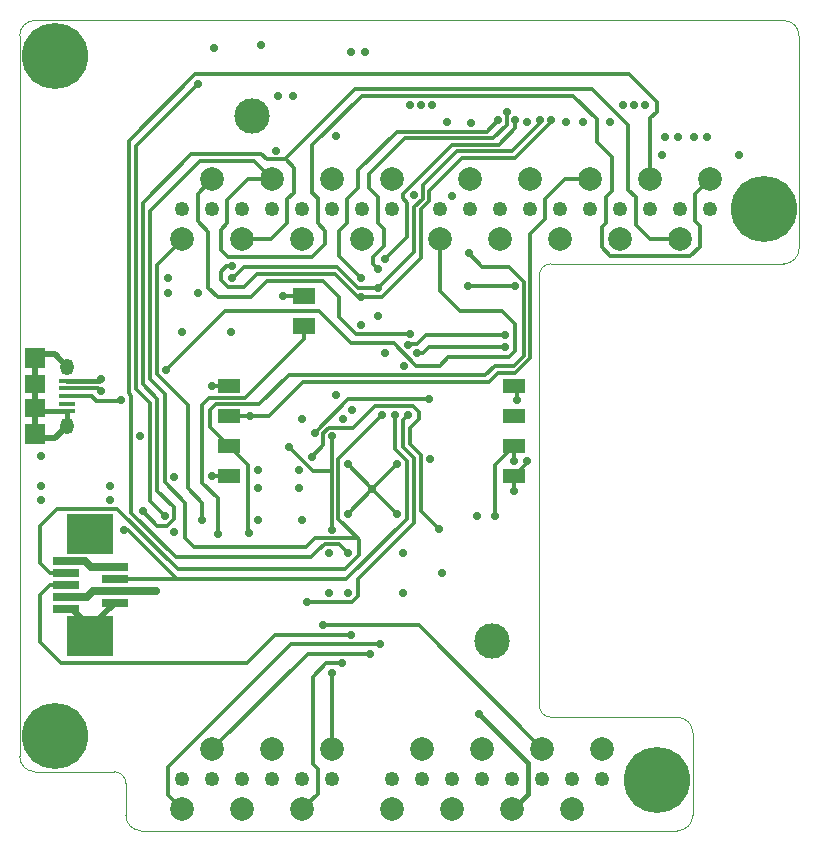
<source format=gtl>
G04 (created by PCBNEW (2013-05-31 BZR 4019)-stable) date 23/02/2014 19:03:20*
%MOIN*%
G04 Gerber Fmt 3.4, Leading zero omitted, Abs format*
%FSLAX34Y34*%
G01*
G70*
G90*
G04 APERTURE LIST*
%ADD10C,0.00590551*%
%ADD11C,0.000393701*%
%ADD12C,0.0787402*%
%ADD13C,0.0492126*%
%ADD14R,0.0866142X0.0275591*%
%ADD15R,0.15748X0.137795*%
%ADD16R,0.0531496X0.0177165*%
%ADD17O,0.0452756X0.0551181*%
%ADD18R,0.0669291X0.0669291*%
%ADD19R,0.0669291X0.0590551*%
%ADD20C,0.11811*%
%ADD21R,0.0748031X0.0472441*%
%ADD22R,0.0748031X0.0551181*%
%ADD23C,0.220472*%
%ADD24C,0.0275591*%
%ADD25C,0.015748*%
%ADD26C,0.0275591*%
%ADD27C,0.019685*%
%ADD28C,0.011811*%
G04 APERTURE END LIST*
G54D10*
G54D11*
X42173Y-51606D02*
X42173Y-27590D01*
X42173Y-27590D02*
G75*
G02X42685Y-27078I511J0D01*
G74*
G01*
X45716Y-52511D02*
X45716Y-53574D01*
X42685Y-52118D02*
X45322Y-52118D01*
X67645Y-27078D02*
X42685Y-27078D01*
X68157Y-34677D02*
X68157Y-27590D01*
X59889Y-35188D02*
X67645Y-35188D01*
X59496Y-49913D02*
X59496Y-35582D01*
X64102Y-50307D02*
X59889Y-50307D01*
X64614Y-53574D02*
X64614Y-50818D01*
X46228Y-54086D02*
X64102Y-54086D01*
X45322Y-52118D02*
G75*
G02X45716Y-52511I0J-393D01*
G74*
G01*
X42685Y-52118D02*
G75*
G02X42173Y-51606I0J511D01*
G74*
G01*
X67645Y-27078D02*
G75*
G02X68157Y-27590I0J-511D01*
G74*
G01*
X68157Y-34678D02*
G75*
G02X67645Y-35188I-511J0D01*
G74*
G01*
X59496Y-35581D02*
G75*
G02X59889Y-35188I393J0D01*
G74*
G01*
X59889Y-50307D02*
G75*
G02X59496Y-49913I0J393D01*
G74*
G01*
X64103Y-50307D02*
G75*
G02X64614Y-50818I0J-511D01*
G74*
G01*
X64614Y-53575D02*
G75*
G02X64102Y-54086I-511J0D01*
G74*
G01*
X46227Y-54086D02*
G75*
G02X45716Y-53574I0J511D01*
G74*
G01*
G54D12*
X54602Y-32370D03*
X53602Y-34370D03*
X52602Y-32370D03*
X51602Y-34370D03*
X50602Y-32370D03*
X49602Y-34370D03*
X48602Y-32370D03*
X47602Y-34370D03*
G54D13*
X54602Y-33370D03*
X53602Y-33370D03*
X52602Y-33370D03*
X51602Y-33370D03*
X50602Y-33370D03*
X49602Y-33370D03*
X48602Y-33370D03*
X47602Y-33370D03*
G54D12*
X52602Y-51370D03*
X51602Y-53370D03*
X50602Y-51370D03*
X49602Y-53370D03*
X48602Y-51370D03*
X47602Y-53370D03*
G54D13*
X52602Y-52370D03*
X51602Y-52370D03*
X50602Y-52370D03*
X49602Y-52370D03*
X48602Y-52370D03*
X47602Y-52370D03*
G54D12*
X65202Y-32370D03*
X64202Y-34370D03*
X63202Y-32370D03*
X62202Y-34370D03*
X61202Y-32370D03*
X60202Y-34370D03*
X59202Y-32370D03*
X58202Y-34370D03*
X56202Y-34370D03*
G54D13*
X65202Y-33370D03*
X64202Y-33370D03*
X63202Y-33370D03*
X62202Y-33370D03*
X61202Y-33370D03*
X60202Y-33370D03*
X59202Y-33370D03*
X58202Y-33370D03*
X57202Y-33370D03*
X56202Y-33370D03*
G54D12*
X57202Y-32370D03*
X61602Y-51370D03*
X60602Y-53370D03*
X59602Y-51370D03*
X58602Y-53370D03*
X57602Y-51370D03*
X56602Y-53370D03*
X55602Y-51370D03*
X54602Y-53370D03*
G54D13*
X61602Y-52370D03*
X60602Y-52370D03*
X59602Y-52370D03*
X58602Y-52370D03*
X57602Y-52370D03*
X56602Y-52370D03*
X55602Y-52370D03*
X54602Y-52370D03*
G54D14*
X43708Y-45110D03*
X43708Y-45503D03*
X43708Y-45897D03*
X43708Y-46291D03*
X43708Y-46685D03*
X45362Y-45700D03*
X45362Y-46094D03*
X45362Y-45307D03*
X45362Y-46488D03*
G54D15*
X44535Y-44204D03*
X44535Y-47590D03*
G54D16*
X43767Y-39086D03*
X43767Y-39342D03*
X43767Y-39598D03*
X43767Y-39854D03*
X43767Y-40110D03*
G54D17*
X43767Y-38614D03*
X43767Y-40582D03*
G54D18*
X42704Y-38338D03*
X42704Y-40858D03*
G54D19*
X42704Y-39204D03*
X42704Y-39992D03*
G54D20*
X49905Y-30267D03*
X57905Y-47767D03*
G54D21*
X58649Y-39267D03*
X58649Y-40267D03*
X58649Y-41267D03*
X58649Y-42267D03*
X49161Y-39267D03*
X49161Y-40267D03*
X49161Y-41267D03*
X49161Y-42267D03*
G54D22*
X51641Y-37267D03*
X51641Y-36267D03*
G54D23*
X66976Y-33377D03*
X43354Y-28259D03*
X63433Y-52393D03*
X43354Y-50937D03*
G54D24*
X57224Y-30492D03*
X47125Y-36161D03*
X48110Y-36161D03*
X51476Y-42657D03*
X57480Y-50196D03*
X66141Y-31574D03*
X63602Y-31574D03*
X56240Y-45511D03*
X54960Y-44822D03*
X47578Y-37460D03*
X54133Y-36929D03*
X55846Y-41712D03*
X48661Y-28011D03*
X45196Y-42598D03*
X51476Y-42047D03*
X51574Y-43720D03*
X45196Y-43070D03*
X44547Y-45295D03*
X52952Y-40354D03*
X52500Y-44822D03*
X53110Y-44822D03*
X48129Y-29192D03*
X47007Y-43582D03*
X48779Y-44192D03*
X55807Y-39704D03*
X52007Y-40826D03*
X54271Y-40216D03*
X45669Y-44055D03*
X46279Y-43444D03*
X54704Y-40216D03*
X54370Y-35039D03*
X58700Y-30413D03*
X54114Y-35354D03*
X58405Y-30118D03*
X53543Y-35669D03*
X58129Y-30413D03*
X46712Y-46082D03*
X47066Y-38720D03*
X57106Y-35944D03*
X59074Y-41771D03*
X58681Y-35944D03*
X58641Y-42755D03*
X55137Y-40216D03*
X51751Y-46476D03*
X48267Y-43720D03*
X55177Y-37519D03*
X57145Y-34842D03*
X49822Y-44153D03*
X52598Y-48818D03*
X52913Y-48503D03*
X53858Y-48188D03*
X54173Y-47874D03*
X55413Y-38169D03*
X58641Y-41771D03*
X58366Y-37952D03*
X58011Y-43602D03*
X49251Y-35669D03*
X54133Y-35984D03*
X59507Y-30413D03*
X49251Y-35275D03*
X53543Y-36299D03*
X59881Y-30413D03*
X55137Y-37913D03*
X58366Y-37559D03*
X51909Y-41614D03*
X56141Y-44035D03*
X49842Y-40275D03*
X48582Y-39271D03*
X48582Y-42263D03*
X53228Y-47559D03*
X52598Y-40944D03*
X51161Y-41299D03*
X52578Y-44055D03*
X52283Y-47244D03*
X65098Y-30964D03*
X64665Y-30964D03*
X64114Y-30964D03*
X63681Y-30964D03*
X49232Y-37460D03*
X50964Y-36279D03*
X58759Y-39724D03*
X47125Y-35649D03*
X59094Y-30472D03*
X53543Y-37244D03*
X46200Y-40944D03*
X50216Y-27913D03*
X63011Y-29881D03*
X62657Y-29881D03*
X62283Y-29881D03*
X61870Y-30472D03*
X60964Y-30472D03*
X60374Y-30472D03*
X55925Y-29881D03*
X55551Y-29881D03*
X55177Y-29881D03*
X56437Y-30472D03*
X53700Y-28129D03*
X53228Y-28129D03*
X56594Y-32933D03*
X55314Y-32913D03*
X50708Y-31417D03*
X52736Y-30944D03*
X51279Y-29606D03*
X50787Y-29606D03*
X57421Y-43602D03*
X53110Y-43523D03*
X54763Y-43523D03*
X53110Y-41870D03*
X53937Y-42696D03*
X54763Y-41870D03*
X47322Y-44114D03*
X51594Y-40354D03*
X53267Y-40059D03*
X52736Y-39566D03*
X54980Y-38582D03*
X54370Y-38169D03*
X54960Y-46161D03*
X53110Y-46161D03*
X52500Y-46161D03*
X42874Y-43070D03*
X42874Y-42598D03*
X42893Y-41594D03*
X50118Y-43720D03*
X50118Y-42657D03*
X50118Y-42047D03*
X47322Y-42283D03*
X45570Y-39744D03*
X44881Y-39429D03*
X44881Y-39015D03*
G54D25*
X59114Y-52858D02*
X59114Y-51830D01*
X59114Y-51830D02*
X57480Y-50196D01*
X58602Y-53370D02*
X59114Y-52858D01*
G54D26*
X45362Y-45307D02*
X44559Y-45307D01*
G54D27*
X44559Y-45307D02*
X44547Y-45295D01*
G54D26*
X44362Y-45110D02*
X44547Y-45295D01*
X44362Y-45110D02*
X43708Y-45110D01*
G54D28*
X63202Y-32370D02*
X63202Y-30340D01*
X63405Y-29783D02*
X62500Y-28877D01*
X63405Y-30137D02*
X63405Y-29783D01*
X63202Y-30340D02*
X63405Y-30137D01*
X45885Y-39586D02*
X45885Y-43484D01*
X45885Y-39586D02*
X45807Y-39507D01*
X45807Y-39507D02*
X45807Y-31082D01*
X45807Y-31082D02*
X48011Y-28877D01*
X48011Y-28877D02*
X62500Y-28877D01*
X45885Y-43484D02*
X47381Y-44980D01*
X47381Y-44980D02*
X51889Y-44980D01*
X51889Y-44980D02*
X52125Y-44744D01*
X53110Y-44822D02*
X52814Y-44527D01*
X52814Y-44527D02*
X52342Y-44527D01*
X52342Y-44527D02*
X52125Y-44744D01*
X52125Y-44744D02*
X52125Y-44744D01*
X46043Y-31259D02*
X48110Y-29192D01*
X48110Y-29192D02*
X48129Y-29192D01*
X46515Y-39842D02*
X46515Y-43090D01*
X46515Y-43090D02*
X47007Y-43582D01*
X46515Y-39842D02*
X46043Y-39370D01*
X46043Y-39370D02*
X46043Y-31259D01*
X48257Y-39911D02*
X48257Y-42490D01*
X48779Y-43011D02*
X48779Y-44192D01*
X48257Y-42490D02*
X48779Y-43011D01*
X51641Y-37708D02*
X51641Y-37267D01*
X49685Y-39665D02*
X51641Y-37708D01*
X48503Y-39665D02*
X49685Y-39665D01*
X48257Y-39911D02*
X48503Y-39665D01*
X53129Y-39704D02*
X55807Y-39704D01*
X52007Y-40826D02*
X53129Y-39704D01*
X52795Y-41692D02*
X54271Y-40216D01*
X54271Y-40216D02*
X54271Y-40216D01*
X64842Y-34625D02*
X64842Y-33917D01*
X49775Y-32370D02*
X49094Y-33051D01*
X49094Y-33051D02*
X49094Y-33838D01*
X49094Y-33838D02*
X48877Y-34055D01*
X48877Y-34055D02*
X48877Y-34744D01*
X48877Y-34744D02*
X49114Y-34980D01*
X49114Y-34980D02*
X49429Y-34980D01*
X49429Y-34980D02*
X49429Y-34980D01*
X49429Y-34980D02*
X51909Y-34980D01*
X51909Y-34980D02*
X52362Y-34527D01*
X52362Y-34527D02*
X52362Y-34094D01*
X52362Y-34094D02*
X52106Y-33838D01*
X52106Y-33838D02*
X52106Y-32992D01*
X52106Y-32992D02*
X51929Y-32814D01*
X51929Y-32814D02*
X51929Y-31240D01*
X51929Y-31240D02*
X53582Y-29586D01*
X53582Y-29586D02*
X60629Y-29586D01*
X60629Y-29586D02*
X61417Y-30374D01*
X61417Y-30374D02*
X61417Y-31141D01*
X61417Y-31141D02*
X61909Y-31633D01*
X61909Y-31633D02*
X61909Y-32775D01*
X61909Y-32775D02*
X61712Y-32972D01*
X61712Y-32972D02*
X61712Y-33818D01*
X61712Y-33818D02*
X61574Y-33956D01*
X61574Y-33956D02*
X61574Y-34645D01*
X61574Y-34645D02*
X61870Y-34940D01*
X61870Y-34940D02*
X64527Y-34940D01*
X64527Y-34940D02*
X64842Y-34625D01*
X50602Y-32370D02*
X49775Y-32370D01*
X64704Y-32867D02*
X65202Y-32370D01*
X64704Y-33779D02*
X64704Y-32867D01*
X64842Y-33917D02*
X64704Y-33779D01*
X50602Y-32370D02*
X49984Y-31751D01*
X53425Y-44330D02*
X53405Y-44311D01*
X52007Y-44330D02*
X53425Y-44330D01*
X51712Y-44625D02*
X52007Y-44330D01*
X47992Y-44625D02*
X51712Y-44625D01*
X47696Y-44330D02*
X47992Y-44625D01*
X47696Y-43169D02*
X47696Y-44330D01*
X47007Y-42480D02*
X47696Y-43169D01*
X47007Y-39527D02*
X47007Y-42480D01*
X46515Y-39035D02*
X47007Y-39527D01*
X46515Y-33425D02*
X46515Y-39035D01*
X48188Y-31751D02*
X46515Y-33425D01*
X49984Y-31751D02*
X48188Y-31751D01*
X52795Y-43700D02*
X53405Y-44311D01*
X53405Y-44311D02*
X53503Y-44409D01*
X47440Y-45374D02*
X45433Y-43366D01*
X53011Y-45374D02*
X47440Y-45374D01*
X53503Y-44881D02*
X53011Y-45374D01*
X53503Y-44409D02*
X53503Y-44881D01*
X43200Y-45503D02*
X43708Y-45503D01*
X42854Y-45157D02*
X43200Y-45503D01*
X42854Y-43937D02*
X42854Y-45157D01*
X43425Y-43366D02*
X42854Y-43937D01*
X45433Y-43366D02*
X43425Y-43366D01*
X52795Y-41692D02*
X52795Y-43700D01*
X53346Y-29370D02*
X51043Y-31673D01*
X51043Y-31673D02*
X51043Y-31712D01*
X63188Y-34370D02*
X64202Y-34370D01*
X62716Y-33897D02*
X63188Y-34370D01*
X62716Y-32972D02*
X62716Y-33897D01*
X62460Y-32716D02*
X62716Y-32972D01*
X62460Y-30570D02*
X62460Y-32716D01*
X61259Y-29370D02*
X62460Y-30570D01*
X53346Y-29370D02*
X61259Y-29370D01*
X46279Y-43444D02*
X46751Y-43917D01*
X45775Y-44055D02*
X45669Y-44055D01*
X47421Y-45700D02*
X45775Y-44055D01*
X50551Y-34370D02*
X49602Y-34370D01*
X51102Y-33818D02*
X50551Y-34370D01*
X51102Y-33031D02*
X51102Y-33818D01*
X51318Y-32814D02*
X51102Y-33031D01*
X51318Y-31988D02*
X51318Y-32814D01*
X51043Y-31712D02*
X51318Y-31988D01*
X50413Y-31712D02*
X51043Y-31712D01*
X50236Y-31535D02*
X50413Y-31712D01*
X47893Y-31535D02*
X50236Y-31535D01*
X46279Y-33149D02*
X47893Y-31535D01*
X46279Y-39192D02*
X46279Y-33149D01*
X46771Y-39685D02*
X46279Y-39192D01*
X46771Y-42755D02*
X46771Y-39685D01*
X47322Y-43307D02*
X46771Y-42755D01*
X47322Y-43681D02*
X47322Y-43307D01*
X47086Y-43917D02*
X47322Y-43681D01*
X46751Y-43917D02*
X47086Y-43917D01*
X54704Y-40216D02*
X54704Y-41377D01*
X54704Y-41377D02*
X55078Y-41751D01*
X53059Y-45700D02*
X47421Y-45700D01*
X47421Y-45700D02*
X45362Y-45700D01*
X55078Y-43681D02*
X53059Y-45700D01*
X55078Y-41751D02*
X55078Y-43681D01*
X54370Y-35039D02*
X55098Y-34311D01*
X58700Y-30669D02*
X58700Y-30413D01*
X58149Y-31220D02*
X58700Y-30669D01*
X56594Y-31220D02*
X58149Y-31220D01*
X54960Y-32854D02*
X56594Y-31220D01*
X54960Y-33011D02*
X54960Y-32854D01*
X55098Y-33149D02*
X54960Y-33011D01*
X55098Y-34311D02*
X55098Y-33149D01*
X54114Y-35354D02*
X53956Y-35196D01*
X58405Y-30551D02*
X58405Y-30118D01*
X57952Y-31003D02*
X58405Y-30551D01*
X55019Y-31003D02*
X57952Y-31003D01*
X53818Y-32204D02*
X55019Y-31003D01*
X53818Y-32657D02*
X53818Y-32204D01*
X54114Y-32952D02*
X53818Y-32657D01*
X54114Y-33818D02*
X54114Y-32952D01*
X54330Y-34035D02*
X54114Y-33818D01*
X54330Y-34586D02*
X54330Y-34035D01*
X53956Y-34960D02*
X54330Y-34586D01*
X53956Y-35196D02*
X53956Y-34960D01*
X53454Y-32667D02*
X53454Y-32076D01*
X54744Y-30787D02*
X57755Y-30787D01*
X53454Y-32076D02*
X54744Y-30787D01*
X53543Y-35669D02*
X52814Y-34940D01*
X57755Y-30787D02*
X58129Y-30413D01*
X53090Y-33031D02*
X53454Y-32667D01*
X53090Y-33818D02*
X53090Y-33031D01*
X52814Y-34094D02*
X53090Y-33818D01*
X52814Y-34940D02*
X52814Y-34094D01*
G54D26*
X45362Y-46094D02*
X44633Y-46094D01*
X44437Y-46291D02*
X43708Y-46291D01*
X44633Y-46094D02*
X44437Y-46291D01*
X46712Y-46082D02*
X45374Y-46082D01*
G54D27*
X45374Y-46082D02*
X45362Y-46094D01*
G54D28*
X53208Y-37834D02*
X52145Y-36771D01*
X49015Y-36771D02*
X47066Y-38720D01*
X52145Y-36771D02*
X49015Y-36771D01*
X56202Y-34370D02*
X56202Y-36103D01*
X54645Y-37834D02*
X53208Y-37834D01*
X55393Y-38582D02*
X54645Y-37834D01*
X56181Y-38582D02*
X55393Y-38582D01*
X56456Y-38307D02*
X56181Y-38582D01*
X58503Y-38307D02*
X56456Y-38307D01*
X58700Y-38110D02*
X58503Y-38307D01*
X58700Y-37185D02*
X58700Y-38110D01*
X58267Y-36751D02*
X58700Y-37185D01*
X56850Y-36751D02*
X58267Y-36751D01*
X56202Y-36103D02*
X56850Y-36751D01*
X57106Y-35944D02*
X58681Y-35944D01*
X59074Y-41842D02*
X58649Y-42267D01*
X59074Y-41771D02*
X59074Y-41842D01*
X58649Y-42748D02*
X58649Y-42267D01*
X58641Y-42755D02*
X58649Y-42748D01*
X55137Y-40216D02*
X54940Y-40413D01*
X54940Y-40413D02*
X54940Y-41299D01*
X54940Y-41299D02*
X55314Y-41673D01*
X55314Y-41673D02*
X55314Y-43816D01*
X55314Y-43816D02*
X53444Y-45686D01*
X53444Y-45686D02*
X53444Y-46279D01*
X53444Y-46279D02*
X53248Y-46476D01*
X53248Y-46476D02*
X51751Y-46476D01*
X47618Y-34370D02*
X47602Y-34370D01*
X46751Y-35236D02*
X47618Y-34370D01*
X46751Y-38858D02*
X46751Y-35236D01*
X47775Y-39881D02*
X46751Y-38858D01*
X47775Y-42677D02*
X47775Y-39881D01*
X48267Y-43169D02*
X47775Y-42677D01*
X48267Y-43720D02*
X48267Y-43169D01*
X48789Y-36309D02*
X49872Y-36309D01*
X52814Y-36299D02*
X52814Y-36948D01*
X52283Y-35767D02*
X52814Y-36299D01*
X50413Y-35767D02*
X52283Y-35767D01*
X49872Y-36309D02*
X50413Y-35767D01*
X55177Y-37519D02*
X53385Y-37519D01*
X53385Y-37519D02*
X52814Y-36948D01*
X48110Y-32862D02*
X48602Y-32370D01*
X48110Y-33759D02*
X48110Y-32862D01*
X48464Y-34114D02*
X48110Y-33759D01*
X48464Y-35984D02*
X48464Y-34114D01*
X48789Y-36309D02*
X48464Y-35984D01*
X51141Y-38897D02*
X57696Y-38897D01*
X57598Y-35295D02*
X57145Y-34842D01*
X58484Y-35295D02*
X57598Y-35295D01*
X58976Y-35787D02*
X58484Y-35295D01*
X58976Y-38248D02*
X58976Y-35787D01*
X58641Y-38582D02*
X58976Y-38248D01*
X58011Y-38582D02*
X58641Y-38582D01*
X57696Y-38897D02*
X58011Y-38582D01*
X49161Y-41267D02*
X49803Y-41909D01*
X50167Y-39872D02*
X48710Y-39872D01*
X48529Y-40635D02*
X49161Y-41267D01*
X48529Y-40053D02*
X48529Y-40635D01*
X48710Y-39872D02*
X48529Y-40053D01*
X51141Y-38897D02*
X50167Y-39872D01*
X49803Y-44133D02*
X49803Y-41909D01*
X49822Y-44153D02*
X49803Y-44133D01*
X52598Y-48818D02*
X52598Y-51366D01*
X52598Y-51366D02*
X52602Y-51370D01*
X52106Y-52866D02*
X51602Y-53370D01*
X52106Y-52027D02*
X52106Y-52866D01*
X51948Y-51870D02*
X52106Y-52027D01*
X51948Y-48956D02*
X51948Y-51870D01*
X52401Y-48503D02*
X51948Y-48956D01*
X52913Y-48503D02*
X52401Y-48503D01*
X51783Y-48188D02*
X48602Y-51370D01*
X53858Y-48188D02*
X51783Y-48188D01*
X47125Y-52893D02*
X47602Y-53370D01*
X47125Y-51968D02*
X47125Y-52893D01*
X51220Y-47874D02*
X47125Y-51968D01*
X54173Y-47874D02*
X51220Y-47874D01*
X55413Y-38169D02*
X55610Y-38169D01*
X58641Y-41275D02*
X58649Y-41267D01*
X58641Y-41771D02*
X58641Y-41275D01*
X55826Y-37952D02*
X58366Y-37952D01*
X55610Y-38169D02*
X55826Y-37952D01*
X58011Y-43602D02*
X58011Y-43602D01*
X58011Y-43602D02*
X58011Y-41905D01*
X58011Y-41905D02*
X58649Y-41267D01*
X49251Y-35669D02*
X49291Y-35669D01*
X53444Y-35984D02*
X54133Y-35984D01*
X52755Y-35295D02*
X53444Y-35984D01*
X49665Y-35295D02*
X52755Y-35295D01*
X49291Y-35669D02*
X49665Y-35295D01*
X54133Y-35984D02*
X55334Y-34783D01*
X59507Y-30511D02*
X59507Y-30413D01*
X58582Y-31437D02*
X59507Y-30511D01*
X56751Y-31437D02*
X58582Y-31437D01*
X55610Y-32578D02*
X56751Y-31437D01*
X55610Y-33031D02*
X55610Y-32578D01*
X55334Y-33307D02*
X55610Y-33031D01*
X55334Y-34783D02*
X55334Y-33307D01*
X58690Y-31663D02*
X56919Y-31663D01*
X55570Y-35000D02*
X54271Y-36299D01*
X55570Y-33366D02*
X55570Y-35000D01*
X55826Y-33110D02*
X55570Y-33366D01*
X55826Y-32755D02*
X55826Y-33110D01*
X56919Y-31663D02*
X55826Y-32755D01*
X53543Y-36299D02*
X53444Y-36299D01*
X49055Y-35275D02*
X49251Y-35275D01*
X48877Y-35452D02*
X49055Y-35275D01*
X48877Y-35728D02*
X48877Y-35452D01*
X49114Y-35964D02*
X48877Y-35728D01*
X49645Y-35964D02*
X49114Y-35964D01*
X50078Y-35531D02*
X49645Y-35964D01*
X52677Y-35531D02*
X50078Y-35531D01*
X53444Y-36299D02*
X52677Y-35531D01*
X53543Y-36299D02*
X54271Y-36299D01*
X59881Y-30472D02*
X59881Y-30413D01*
X58700Y-31653D02*
X59881Y-30472D01*
X58700Y-31653D02*
X58700Y-31653D01*
X58690Y-31663D02*
X58700Y-31653D01*
X55413Y-37854D02*
X55708Y-37559D01*
X55196Y-37854D02*
X55413Y-37854D01*
X55137Y-37913D02*
X55196Y-37854D01*
X55708Y-37559D02*
X58366Y-37559D01*
X54389Y-39921D02*
X54015Y-39921D01*
X54015Y-39921D02*
X53287Y-40649D01*
X52303Y-40826D02*
X52303Y-41220D01*
X52303Y-40826D02*
X52480Y-40649D01*
X52480Y-40649D02*
X53287Y-40649D01*
X52303Y-41220D02*
X51909Y-41614D01*
X55551Y-43444D02*
X56141Y-44035D01*
X55551Y-41574D02*
X55551Y-43444D01*
X55177Y-41200D02*
X55551Y-41574D01*
X55177Y-40669D02*
X55177Y-41200D01*
X55472Y-40374D02*
X55177Y-40669D01*
X55472Y-40118D02*
X55472Y-40374D01*
X55275Y-39921D02*
X55472Y-40118D01*
X54389Y-39921D02*
X55275Y-39921D01*
X51624Y-39143D02*
X57805Y-39143D01*
X59192Y-38346D02*
X59192Y-34212D01*
X58700Y-38838D02*
X59192Y-38346D01*
X58110Y-38838D02*
X58700Y-38838D01*
X57805Y-39143D02*
X58110Y-38838D01*
X49842Y-40275D02*
X50492Y-40275D01*
X50492Y-40275D02*
X51624Y-39143D01*
X61202Y-32370D02*
X60366Y-32370D01*
X59704Y-33700D02*
X59192Y-34212D01*
X59704Y-33031D02*
X59704Y-33700D01*
X60366Y-32370D02*
X59704Y-33031D01*
X49834Y-40267D02*
X49161Y-40267D01*
X49842Y-40275D02*
X49834Y-40267D01*
X48582Y-39271D02*
X49157Y-39271D01*
X49157Y-39271D02*
X49161Y-39267D01*
X48586Y-42267D02*
X48582Y-42263D01*
X49161Y-42267D02*
X48586Y-42267D01*
X43196Y-45897D02*
X43708Y-45897D01*
X42854Y-46240D02*
X43196Y-45897D01*
X42854Y-47795D02*
X42854Y-46240D01*
X43543Y-48484D02*
X42854Y-47795D01*
X49763Y-48484D02*
X43543Y-48484D01*
X50688Y-47559D02*
X49763Y-48484D01*
X53228Y-47559D02*
X50688Y-47559D01*
X52578Y-40964D02*
X52578Y-41633D01*
X52598Y-40944D02*
X52578Y-40964D01*
X52578Y-42106D02*
X51968Y-42106D01*
X51968Y-42106D02*
X51161Y-41299D01*
X52578Y-41633D02*
X52578Y-42106D01*
X52578Y-42106D02*
X52578Y-44055D01*
X55476Y-47244D02*
X59602Y-51370D01*
X52283Y-47244D02*
X55476Y-47244D01*
G54D25*
X43767Y-40110D02*
X43767Y-40582D01*
X43767Y-40110D02*
X42822Y-40110D01*
X42822Y-40110D02*
X42704Y-39992D01*
G54D27*
X42704Y-39992D02*
X42704Y-40996D01*
X42704Y-39204D02*
X42704Y-39992D01*
X42704Y-38200D02*
X42704Y-39204D01*
X42704Y-40996D02*
X43354Y-40996D01*
X43354Y-40996D02*
X43767Y-40582D01*
X42704Y-38200D02*
X43354Y-38200D01*
X43354Y-38200D02*
X43767Y-38614D01*
G54D28*
X50964Y-36279D02*
X51629Y-36279D01*
X51629Y-36279D02*
X51641Y-36267D01*
X58649Y-39267D02*
X58759Y-39377D01*
X58759Y-39377D02*
X58759Y-39724D01*
X53937Y-42696D02*
X53110Y-43523D01*
X53937Y-42696D02*
X54763Y-43523D01*
X53937Y-42696D02*
X53110Y-41870D01*
X53937Y-42696D02*
X54763Y-41870D01*
G54D27*
X45362Y-46488D02*
X45342Y-46488D01*
X45342Y-46488D02*
X44535Y-47295D01*
X43708Y-46685D02*
X43925Y-46685D01*
X43925Y-46685D02*
X44535Y-47295D01*
G54D28*
X43767Y-39598D02*
X44082Y-39598D01*
X44578Y-39598D02*
X44734Y-39753D01*
X44082Y-39598D02*
X44578Y-39598D01*
X45561Y-39753D02*
X45570Y-39744D01*
X44734Y-39753D02*
X45561Y-39753D01*
X43767Y-39342D02*
X44082Y-39342D01*
X44082Y-39342D02*
X44795Y-39342D01*
X44795Y-39342D02*
X44881Y-39429D01*
G54D25*
X43767Y-39086D02*
X44082Y-39086D01*
X44082Y-39086D02*
X44811Y-39086D01*
X44811Y-39086D02*
X44881Y-39015D01*
M02*

</source>
